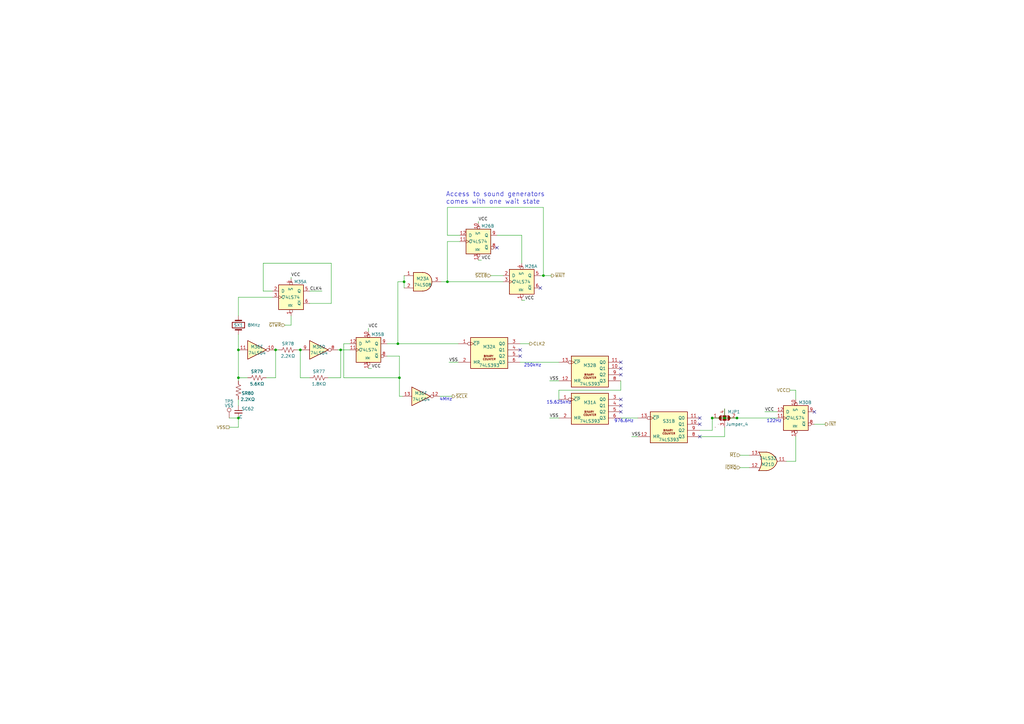
<source format=kicad_sch>
(kicad_sch (version 20231120) (generator "eeschema") (generator_version "8.0")
  (paper "A3")
  (title_block (title "Sound Clock Generation") (date "2024-11-16") (company "JOTEGO") (comment 1 "www.patreon.com/jotego") (comment 2 "José Tejada"))
  (lib_symbols
    (symbol "Connector:TestPoint" (pin_numbers hide) (pin_names (offset 0.762) hide)
      (property "Reference" "TP" (at 0 6.858 0))
      (property "Value" "TestPoint" (at 0 5.08 0))
      (symbol "TestPoint_0_1"
        (circle (center 0 3.302) (radius 0.762))
      )
      (symbol "TestPoint_1_1"
        (pin passive line (at 0 0 90) (length 2.54) (name "1") (number "1"))
      )
    )
    (symbol "Device:C_Small" (pin_numbers hide) (pin_names (offset 0.254) hide)
      (property "Reference" "C" (at 0.254 1.778 0))
      (property "Value" "C_Small" (at 0.254 -2.032 0))
      (symbol "C_Small_0_1"
        (polyline (pts (xy -1.524 -0.508) (xy 1.524 -0.508)) (stroke (width 0.3302)))
        (polyline (pts (xy -1.524 0.508) (xy 1.524 0.508)) (stroke (width 0.3048)))
      )
      (symbol "C_Small_1_1"
        (pin passive line (at 0 2.54 270) (length 2.032) (name "~") (number "1"))
        (pin passive line (at 0 -2.54 90) (length 2.032) (name "~") (number "2"))
      )
    )
    (symbol "Device:Crystal" (pin_numbers hide) (pin_names (offset 1.016) hide)
      (property "Reference" "Y" (at 0 3.81 0))
      (property "Value" "Crystal" (at 0 -3.81 0))
      (symbol "Crystal_0_1"
        (rectangle (start -1.143 2.54) (end 1.143 -2.54) (stroke (width 0.3048)))
        (polyline (pts (xy -2.54 0) (xy -1.905 0)))
        (polyline (pts (xy -1.905 -1.27) (xy -1.905 1.27)) (stroke (width 0.508)))
        (polyline (pts (xy 1.905 -1.27) (xy 1.905 1.27)) (stroke (width 0.508)))
        (polyline (pts (xy 2.54 0) (xy 1.905 0)))
      )
      (symbol "Crystal_1_1"
        (pin passive line (at -3.81 0 0) (length 1.27) (name "1") (number "1"))
        (pin passive line (at 3.81 0 180) (length 1.27) (name "2") (number "2"))
      )
    )
    (symbol "Device:R_US" (pin_numbers hide) (pin_names (offset 0))
      (property "Reference" "R" (at 2.54 0 90))
      (property "Value" "R_US" (at -2.54 0 90))
      (symbol "R_US_0_1"
        (polyline (pts (xy 0 -2.286) (xy 0 -2.54)))
        (polyline (pts (xy 0 2.286) (xy 0 2.54)))
        (polyline (pts (xy 0 -0.762) (xy 1.016 -1.143) (xy 0 -1.524) (xy -1.016 -1.905) (xy 0 -2.286)))
        (polyline (pts (xy 0 0.762) (xy 1.016 0.381) (xy 0 0) (xy -1.016 -0.381) (xy 0 -0.762)))
        (polyline (pts (xy 0 2.286) (xy 1.016 1.905) (xy 0 1.524) (xy -1.016 1.143) (xy 0 0.762)))
      )
      (symbol "R_US_1_1"
        (pin passive line (at 0 3.81 270) (length 1.27) (name "~") (number "1"))
        (pin passive line (at 0 -3.81 90) (length 1.27) (name "~") (number "2"))
      )
    )
    (symbol "arcade:Jumper_4" (pin_names (offset 1.016))
      (property "Reference" "U" (at -3.81 3.302 0))
      (property "Value" "Jumper_4" (at 0.508 5.334 0))
      (symbol "Jumper_4_0_1"
        (arc (start -1.27 1.016) (mid -2.2816 0) (end -1.27 -1.016))
        (arc (start -1.27 1.016) (mid -2.2816 0) (end -1.27 -1.016) (fill (type outline)))
        (rectangle (start -0.762 -0.254) (end 0.762 -1.016) (fill (type outline)))
        (rectangle (start -0.762 1.016) (end 0.762 0.254) (fill (type outline)))
        (polyline (pts (xy -2.54 0) (xy -2.032 0)))
        (polyline (pts (xy -1.27 1.016) (xy -1.27 -1.016)))
        (polyline (pts (xy 0 -0.762) (xy 0 -1.27)))
        (polyline (pts (xy 0 1.27) (xy 0 0.762)))
        (polyline (pts (xy 1.2744 1.016) (xy 1.2744 -1.016)))
        (polyline (pts (xy 2.54 0) (xy 2.032 0)))
        (arc (start 1.2744 -1.016) (mid 2.286 0) (end 1.2744 1.016))
        (arc (start 1.2744 -1.016) (mid 2.286 0) (end 1.2744 1.016) (fill (type outline)))
      )
      (symbol "Jumper_4_1_1"
        (rectangle (start -3.81 3.81) (end -3.81 3.81))
        (rectangle (start -3.81 3.81) (end -3.81 3.81))
        (rectangle (start -3.81 3.81) (end -3.81 3.81))
        (rectangle (start -3.81 3.81) (end -3.81 3.81))
        (rectangle (start -3.81 3.81) (end -3.81 3.81))
        (rectangle (start -2.54 2.54) (end -2.54 2.54))
        (rectangle (start -2.54 2.54) (end -2.54 2.54))
        (pin passive line (at -5.08 0 0) (length 2.54) (name "~") (number "1"))
        (pin passive line (at 5.08 0 180) (length 2.54) (name "~") (number "2"))
        (pin passive line (at 0 3.81 270) (length 2.54) (name "~") (number "3"))
        (pin passive line (at 0 -3.81 90) (length 2.54) (name "~") (number "4"))
      )
    )
    (symbol "jt74:74LS04" (pin_names (offset 1.016))
      (property "Reference" "U" (at -0.635 0 0))
      (property "Value" "74LS04" (at 0 -5.08 0))
      (symbol "74LS04_1_0"
        (polyline (pts (xy -3.81 3.81) (xy -3.81 -3.81) (xy 3.81 0) (xy -3.81 3.81)) (stroke (width 0.254)) (fill (type background)))
        (pin input line (at -7.62 0 0) (length 3.81) (name "~") (number "1"))
        (pin output inverted (at 7.62 0 180) (length 3.81) (name "~") (number "2"))
      )
      (symbol "74LS04_2_0"
        (polyline (pts (xy -3.81 3.81) (xy -3.81 -3.81) (xy 3.81 0) (xy -3.81 3.81)) (stroke (width 0.254)) (fill (type background)))
        (pin input line (at -7.62 0 0) (length 3.81) (name "~") (number "3"))
        (pin output inverted (at 7.62 0 180) (length 3.81) (name "~") (number "4"))
      )
      (symbol "74LS04_3_0"
        (polyline (pts (xy -3.81 3.81) (xy -3.81 -3.81) (xy 3.81 0) (xy -3.81 3.81)) (stroke (width 0.254)) (fill (type background)))
        (pin input line (at -7.62 0 0) (length 3.81) (name "~") (number "5"))
        (pin output inverted (at 7.62 0 180) (length 3.81) (name "~") (number "6"))
      )
      (symbol "74LS04_4_0"
        (polyline (pts (xy -3.81 3.81) (xy -3.81 -3.81) (xy 3.81 0) (xy -3.81 3.81)) (stroke (width 0.254)) (fill (type background)))
        (pin output inverted (at 7.62 0 180) (length 3.81) (name "~") (number "8"))
        (pin input line (at -7.62 0 0) (length 3.81) (name "~") (number "9"))
      )
      (symbol "74LS04_5_0"
        (polyline (pts (xy -3.81 3.81) (xy -3.81 -3.81) (xy 3.81 0) (xy -3.81 3.81)) (stroke (width 0.254)) (fill (type background)))
        (pin output inverted (at 7.62 0 180) (length 3.81) (name "~") (number "10"))
        (pin input line (at -7.62 0 0) (length 3.81) (name "~") (number "11"))
      )
      (symbol "74LS04_6_0"
        (polyline (pts (xy -3.81 3.81) (xy -3.81 -3.81) (xy 3.81 0) (xy -3.81 3.81)) (stroke (width 0.254)) (fill (type background)))
        (pin output inverted (at 7.62 0 180) (length 3.81) (name "~") (number "12"))
        (pin input line (at -7.62 0 0) (length 3.81) (name "~") (number "13"))
      )
      (symbol "74LS04_7_0"
        (pin power_in line (at 0 7.62 270) (length 5.08) hide (name "VCC") (number "14"))
        (pin power_in line (at 0 -7.62 90) (length 5.08) hide (name "VSS") (number "7"))
      )
      (symbol "74LS04_7_1"
        (rectangle (start -5.08 7.62) (end 5.08 -7.62) (stroke (width 0.254)) (fill (type background)))
        (text "+" (at 0 6.35 0) (effects (font (size 1.27 1.27))))
      )
    )
    (symbol "jt74:74LS08" (pin_names (offset 1.016))
      (property "Reference" "U" (at 0 1.27 0))
      (property "Value" "74LS08" (at 0 -1.27 0))
      (symbol "74LS08_1_1"
        (arc (start 0 -3.81) (mid 3.7934 0) (end 0 3.81) (stroke (width 0.254)) (fill (type background)))
        (polyline (pts (xy 0 3.81) (xy -3.81 3.81) (xy -3.81 -3.81) (xy 0 -3.81)) (stroke (width 0.254)) (fill (type background)))
        (pin input line (at -7.62 2.54 0) (length 3.81) (name "~") (number "1"))
        (pin input line (at -7.62 -2.54 0) (length 3.81) (name "~") (number "2"))
        (pin output line (at 7.62 0 180) (length 3.81) (name "~") (number "3"))
      )
      (symbol "74LS08_1_2"
        (arc (start -3.81 -3.81) (mid -2.589 0) (end -3.81 3.81) (stroke (width 0.254)))
        (arc (start -0.6096 -3.81) (mid 2.1842 -2.5851) (end 3.81 0) (stroke (width 0.254)) (fill (type background)))
        (polyline (pts (xy -3.81 -3.81) (xy -0.635 -3.81)) (stroke (width 0.254)) (fill (type background)))
        (polyline (pts (xy -3.81 3.81) (xy -0.635 3.81)) (stroke (width 0.254)) (fill (type background)))
        (polyline (pts (xy -0.635 3.81) (xy -3.81 3.81) (xy -3.81 3.81) (xy -3.556 3.4036) (xy -3.0226 2.2606) (xy -2.6924 1.0414) (xy -2.6162 -0.254) (xy -2.7686 -1.4986) (xy -3.175 -2.7178) (xy -3.81 -3.81) (xy -3.81 -3.81) (xy -0.635 -3.81)) (stroke (width -25.4)) (fill (type background)))
        (arc (start 3.81 0) (mid 2.1915 2.5936) (end -0.6096 3.81) (stroke (width 0.254)) (fill (type background)))
        (pin input inverted (at -7.62 2.54 0) (length 4.318) (name "~") (number "1"))
        (pin input inverted (at -7.62 -2.54 0) (length 4.318) (name "~") (number "2"))
        (pin output inverted (at 7.62 0 180) (length 3.81) (name "~") (number "3"))
      )
      (symbol "74LS08_2_1"
        (arc (start 0 -3.81) (mid 3.7934 0) (end 0 3.81) (stroke (width 0.254)) (fill (type background)))
        (polyline (pts (xy 0 3.81) (xy -3.81 3.81) (xy -3.81 -3.81) (xy 0 -3.81)) (stroke (width 0.254)) (fill (type background)))
        (pin input line (at -7.62 2.54 0) (length 3.81) (name "~") (number "4"))
        (pin input line (at -7.62 -2.54 0) (length 3.81) (name "~") (number "5"))
        (pin output line (at 7.62 0 180) (length 3.81) (name "~") (number "6"))
      )
      (symbol "74LS08_2_2"
        (arc (start -3.81 -3.81) (mid -2.589 0) (end -3.81 3.81) (stroke (width 0.254)))
        (arc (start -0.6096 -3.81) (mid 2.1842 -2.5851) (end 3.81 0) (stroke (width 0.254)) (fill (type background)))
        (polyline (pts (xy -3.81 -3.81) (xy -0.635 -3.81)) (stroke (width 0.254)) (fill (type background)))
        (polyline (pts (xy -3.81 3.81) (xy -0.635 3.81)) (stroke (width 0.254)) (fill (type background)))
        (polyline (pts (xy -0.635 3.81) (xy -3.81 3.81) (xy -3.81 3.81) (xy -3.556 3.4036) (xy -3.0226 2.2606) (xy -2.6924 1.0414) (xy -2.6162 -0.254) (xy -2.7686 -1.4986) (xy -3.175 -2.7178) (xy -3.81 -3.81) (xy -3.81 -3.81) (xy -0.635 -3.81)) (stroke (width -25.4)) (fill (type background)))
        (arc (start 3.81 0) (mid 2.1915 2.5936) (end -0.6096 3.81) (stroke (width 0.254)) (fill (type background)))
        (pin input inverted (at -7.62 2.54 0) (length 4.318) (name "~") (number "4"))
        (pin input inverted (at -7.62 -2.54 0) (length 4.318) (name "~") (number "5"))
        (pin output inverted (at 7.62 0 180) (length 3.81) (name "~") (number "6"))
      )
      (symbol "74LS08_3_1"
        (arc (start 0 -3.81) (mid 3.7934 0) (end 0 3.81) (stroke (width 0.254)) (fill (type background)))
        (polyline (pts (xy 0 3.81) (xy -3.81 3.81) (xy -3.81 -3.81) (xy 0 -3.81)) (stroke (width 0.254)) (fill (type background)))
        (pin input line (at -7.62 -2.54 0) (length 3.81) (name "~") (number "10"))
        (pin output line (at 7.62 0 180) (length 3.81) (name "~") (number "8"))
        (pin input line (at -7.62 2.54 0) (length 3.81) (name "~") (number "9"))
      )
      (symbol "74LS08_3_2"
        (arc (start -3.81 -3.81) (mid -2.589 0) (end -3.81 3.81) (stroke (width 0.254)))
        (arc (start -0.6096 -3.81) (mid 2.1842 -2.5851) (end 3.81 0) (stroke (width 0.254)) (fill (type background)))
        (polyline (pts (xy -3.81 -3.81) (xy -0.635 -3.81)) (stroke (width 0.254)) (fill (type background)))
        (polyline (pts (xy -3.81 3.81) (xy -0.635 3.81)) (stroke (width 0.254)) (fill (type background)))
        (polyline (pts (xy -0.635 3.81) (xy -3.81 3.81) (xy -3.81 3.81) (xy -3.556 3.4036) (xy -3.0226 2.2606) (xy -2.6924 1.0414) (xy -2.6162 -0.254) (xy -2.7686 -1.4986) (xy -3.175 -2.7178) (xy -3.81 -3.81) (xy -3.81 -3.81) (xy -0.635 -3.81)) (stroke (width -25.4)) (fill (type background)))
        (arc (start 3.81 0) (mid 2.1915 2.5936) (end -0.6096 3.81) (stroke (width 0.254)) (fill (type background)))
        (pin input inverted (at -7.62 -2.54 0) (length 4.318) (name "~") (number "10"))
        (pin output inverted (at 7.62 0 180) (length 3.81) (name "~") (number "8"))
        (pin input inverted (at -7.62 2.54 0) (length 4.318) (name "~") (number "9"))
      )
      (symbol "74LS08_4_1"
        (arc (start 0 -3.81) (mid 3.7934 0) (end 0 3.81) (stroke (width 0.254)) (fill (type background)))
        (polyline (pts (xy 0 3.81) (xy -3.81 3.81) (xy -3.81 -3.81) (xy 0 -3.81)) (stroke (width 0.254)) (fill (type background)))
        (pin output line (at 7.62 0 180) (length 3.81) (name "~") (number "11"))
        (pin input line (at -7.62 2.54 0) (length 3.81) (name "~") (number "12"))
        (pin input line (at -7.62 -2.54 0) (length 3.81) (name "~") (number "13"))
      )
      (symbol "74LS08_4_2"
        (arc (start -3.81 -3.81) (mid -2.589 0) (end -3.81 3.81) (stroke (width 0.254)))
        (arc (start -0.6096 -3.81) (mid 2.1842 -2.5851) (end 3.81 0) (stroke (width 0.254)) (fill (type background)))
        (polyline (pts (xy -3.81 -3.81) (xy -0.635 -3.81)) (stroke (width 0.254)) (fill (type background)))
        (polyline (pts (xy -3.81 3.81) (xy -0.635 3.81)) (stroke (width 0.254)) (fill (type background)))
        (polyline (pts (xy -0.635 3.81) (xy -3.81 3.81) (xy -3.81 3.81) (xy -3.556 3.4036) (xy -3.0226 2.2606) (xy -2.6924 1.0414) (xy -2.6162 -0.254) (xy -2.7686 -1.4986) (xy -3.175 -2.7178) (xy -3.81 -3.81) (xy -3.81 -3.81) (xy -0.635 -3.81)) (stroke (width -25.4)) (fill (type background)))
        (arc (start 3.81 0) (mid 2.1915 2.5936) (end -0.6096 3.81) (stroke (width 0.254)) (fill (type background)))
        (pin output inverted (at 7.62 0 180) (length 3.81) (name "~") (number "11"))
        (pin input inverted (at -7.62 2.54 0) (length 4.318) (name "~") (number "12"))
        (pin input inverted (at -7.62 -2.54 0) (length 4.318) (name "~") (number "13"))
      )
      (symbol "74LS08_5_0"
        (pin power_in line (at 0 7.62 270) (length 5.08) hide (name "VCC") (number "14"))
        (pin power_in line (at 0 -7.62 90) (length 5.08) hide (name "VSS") (number "7"))
      )
      (symbol "74LS08_5_1"
        (rectangle (start -5.08 7.62) (end 5.08 -7.62) (stroke (width 0.254)) (fill (type background)))
        (text "+" (at 0 6.35 0) (effects (font (size 1.27 1.27))))
      )
    )
    (symbol "jt74:74LS32" (pin_names (offset 1.016))
      (property "Reference" "U" (at 0 1.27 0))
      (property "Value" "74LS32" (at 0 -1.27 0))
      (symbol "74LS32_1_1"
        (arc (start -3.81 -3.81) (mid -2.589 0) (end -3.81 3.81) (stroke (width 0.254)))
        (arc (start -0.6096 -3.81) (mid 2.1842 -2.5851) (end 3.81 0) (stroke (width 0.254)) (fill (type background)))
        (polyline (pts (xy -3.81 -3.81) (xy -0.635 -3.81)) (stroke (width 0.254)) (fill (type background)))
        (polyline (pts (xy -3.81 3.81) (xy -0.635 3.81)) (stroke (width 0.254)) (fill (type background)))
        (polyline (pts (xy -0.635 3.81) (xy -3.81 3.81) (xy -3.81 3.81) (xy -3.556 3.4036) (xy -3.0226 2.2606) (xy -2.6924 1.0414) (xy -2.6162 -0.254) (xy -2.7686 -1.4986) (xy -3.175 -2.7178) (xy -3.81 -3.81) (xy -3.81 -3.81) (xy -0.635 -3.81)) (stroke (width -25.4)) (fill (type background)))
        (arc (start 3.81 0) (mid 2.1915 2.5936) (end -0.6096 3.81) (stroke (width 0.254)) (fill (type background)))
        (pin input line (at -7.62 2.54 0) (length 4.318) (name "~") (number "1"))
        (pin input line (at -7.62 -2.54 0) (length 4.318) (name "~") (number "2"))
        (pin output line (at 7.62 0 180) (length 3.81) (name "~") (number "3"))
      )
      (symbol "74LS32_1_2"
        (arc (start 0 -3.81) (mid 3.7934 0) (end 0 3.81) (stroke (width 0.254)) (fill (type background)))
        (polyline (pts (xy 0 3.81) (xy -3.81 3.81) (xy -3.81 -3.81) (xy 0 -3.81)) (stroke (width 0.254)) (fill (type background)))
        (pin input inverted (at -7.62 2.54 0) (length 3.81) (name "~") (number "1"))
        (pin input inverted (at -7.62 -2.54 0) (length 3.81) (name "~") (number "2"))
        (pin output inverted (at 7.62 0 180) (length 3.81) (name "~") (number "3"))
      )
      (symbol "74LS32_2_1"
        (arc (start -3.81 -3.81) (mid -2.589 0) (end -3.81 3.81) (stroke (width 0.254)))
        (arc (start -0.6096 -3.81) (mid 2.1842 -2.5851) (end 3.81 0) (stroke (width 0.254)) (fill (type background)))
        (polyline (pts (xy -3.81 -3.81) (xy -0.635 -3.81)) (stroke (width 0.254)) (fill (type background)))
        (polyline (pts (xy -3.81 3.81) (xy -0.635 3.81)) (stroke (width 0.254)) (fill (type background)))
        (polyline (pts (xy -0.635 3.81) (xy -3.81 3.81) (xy -3.81 3.81) (xy -3.556 3.4036) (xy -3.0226 2.2606) (xy -2.6924 1.0414) (xy -2.6162 -0.254) (xy -2.7686 -1.4986) (xy -3.175 -2.7178) (xy -3.81 -3.81) (xy -3.81 -3.81) (xy -0.635 -3.81)) (stroke (width -25.4)) (fill (type background)))
        (arc (start 3.81 0) (mid 2.1915 2.5936) (end -0.6096 3.81) (stroke (width 0.254)) (fill (type background)))
        (pin input line (at -7.62 2.54 0) (length 4.318) (name "~") (number "4"))
        (pin input line (at -7.62 -2.54 0) (length 4.318) (name "~") (number "5"))
        (pin output line (at 7.62 0 180) (length 3.81) (name "~") (number "6"))
      )
      (symbol "74LS32_2_2"
        (arc (start 0 -3.81) (mid 3.7934 0) (end 0 3.81) (stroke (width 0.254)) (fill (type background)))
        (polyline (pts (xy 0 3.81) (xy -3.81 3.81) (xy -3.81 -3.81) (xy 0 -3.81)) (stroke (width 0.254)) (fill (type background)))
        (pin input inverted (at -7.62 2.54 0) (length 3.81) (name "~") (number "4"))
        (pin input inverted (at -7.62 -2.54 0) (length 3.81) (name "~") (number "5"))
        (pin output inverted (at 7.62 0 180) (length 3.81) (name "~") (number "6"))
      )
      (symbol "74LS32_3_1"
        (arc (start -3.81 -3.81) (mid -2.589 0) (end -3.81 3.81) (stroke (width 0.254)))
        (arc (start -0.6096 -3.81) (mid 2.1842 -2.5851) (end 3.81 0) (stroke (width 0.254)) (fill (type background)))
        (polyline (pts (xy -3.81 -3.81) (xy -0.635 -3.81)) (stroke (width 0.254)) (fill (type background)))
        (polyline (pts (xy -3.81 3.81) (xy -0.635 3.81)) (stroke (width 0.254)) (fill (type background)))
        (polyline (pts (xy -0.635 3.81) (xy -3.81 3.81) (xy -3.81 3.81) (xy -3.556 3.4036) (xy -3.0226 2.2606) (xy -2.6924 1.0414) (xy -2.6162 -0.254) (xy -2.7686 -1.4986) (xy -3.175 -2.7178) (xy -3.81 -3.81) (xy -3.81 -3.81) (xy -0.635 -3.81)) (stroke (width -25.4)) (fill (type background)))
        (arc (start 3.81 0) (mid 2.1915 2.5936) (end -0.6096 3.81) (stroke (width 0.254)) (fill (type background)))
        (pin input line (at -7.62 -2.54 0) (length 4.318) (name "~") (number "10"))
        (pin output line (at 7.62 0 180) (length 3.81) (name "~") (number "8"))
        (pin input line (at -7.62 2.54 0) (length 4.318) (name "~") (number "9"))
      )
      (symbol "74LS32_3_2"
        (arc (start 0 -3.81) (mid 3.7934 0) (end 0 3.81) (stroke (width 0.254)) (fill (type background)))
        (polyline (pts (xy 0 3.81) (xy -3.81 3.81) (xy -3.81 -3.81) (xy 0 -3.81)) (stroke (width 0.254)) (fill (type background)))
        (pin input inverted (at -7.62 -2.54 0) (length 3.81) (name "~") (number "10"))
        (pin output inverted (at 7.62 0 180) (length 3.81) (name "~") (number "8"))
        (pin input inverted (at -7.62 2.54 0) (length 3.81) (name "~") (number "9"))
      )
      (symbol "74LS32_4_1"
        (arc (start -3.81 -3.81) (mid -2.589 0) (end -3.81 3.81) (stroke (width 0.254)))
        (arc (start -0.6096 -3.81) (mid 2.1842 -2.5851) (end 3.81 0) (stroke (width 0.254)) (fill (type background)))
        (polyline (pts (xy -3.81 -3.81) (xy -0.635 -3.81)) (stroke (width 0.254)) (fill (type background)))
        (polyline (pts (xy -3.81 3.81) (xy -0.635 3.81)) (stroke (width 0.254)) (fill (type background)))
        (polyline (pts (xy -0.635 3.81) (xy -3.81 3.81) (xy -3.81 3.81) (xy -3.556 3.4036) (xy -3.0226 2.2606) (xy -2.6924 1.0414) (xy -2.6162 -0.254) (xy -2.7686 -1.4986) (xy -3.175 -2.7178) (xy -3.81 -3.81) (xy -3.81 -3.81) (xy -0.635 -3.81)) (stroke (width -25.4)) (fill (type background)))
        (arc (start 3.81 0) (mid 2.1915 2.5936) (end -0.6096 3.81) (stroke (width 0.254)) (fill (type background)))
        (pin output line (at 7.62 0 180) (length 3.81) (name "~") (number "11"))
        (pin input line (at -7.62 2.54 0) (length 4.318) (name "~") (number "12"))
        (pin input line (at -7.62 -2.54 0) (length 4.318) (name "~") (number "13"))
      )
      (symbol "74LS32_4_2"
        (arc (start 0 -3.81) (mid 3.7934 0) (end 0 3.81) (stroke (width 0.254)) (fill (type background)))
        (polyline (pts (xy 0 3.81) (xy -3.81 3.81) (xy -3.81 -3.81) (xy 0 -3.81)) (stroke (width 0.254)) (fill (type background)))
        (pin output inverted (at 7.62 0 180) (length 3.81) (name "~") (number "11"))
        (pin input inverted (at -7.62 2.54 0) (length 3.81) (name "~") (number "12"))
        (pin input inverted (at -7.62 -2.54 0) (length 3.81) (name "~") (number "13"))
      )
      (symbol "74LS32_5_0"
        (pin power_in line (at 0 7.62 270) (length 5.08) hide (name "VCC") (number "14"))
        (pin power_in line (at 0 -7.62 90) (length 5.08) hide (name "VSS") (number "7"))
      )
      (symbol "74LS32_5_1"
        (rectangle (start -5.08 7.62) (end 5.08 -7.62) (stroke (width 0.254)) (fill (type background)))
        (text "+" (at 0 6.35 0) (effects (font (size 1.27 1.27))))
      )
    )
    (symbol "jt74:74LS393" (pin_names (offset 1.016))
      (property "Reference" "U" (at 0 1.27 0))
      (property "Value" "74LS393" (at 0 -1.27 0))
      (symbol "74LS393_0_0"
        (text "BINARY " (at 0 -2.54 0) (effects (font (size 0.762 0.762))))
        (text "COUNTER" (at 0 -3.81 0) (effects (font (size 0.762 0.762))))
      )
      (symbol "74LS393_1_0"
        (pin input inverted_clock (at -12.7 2.54 0) (length 5.08) (name "~{CP}") (number "1"))
        (pin input line (at -12.7 -5.08 0) (length 5.08) (name "MR") (number "2"))
        (pin output line (at 12.7 2.54 180) (length 5.08) (name "Q0") (number "3"))
        (pin output line (at 12.7 0 180) (length 5.08) (name "Q1") (number "4"))
        (pin output line (at 12.7 -2.54 180) (length 5.08) (name "Q2") (number "5"))
        (pin output line (at 12.7 -5.08 180) (length 5.08) (name "Q3") (number "6"))
      )
      (symbol "74LS393_1_1"
        (rectangle (start -7.62 5.08) (end 7.62 -7.62) (stroke (width 0.254)) (fill (type background)))
      )
      (symbol "74LS393_2_0"
        (pin output line (at 12.7 0 180) (length 5.08) (name "Q1") (number "10"))
        (pin output line (at 12.7 2.54 180) (length 5.08) (name "Q0") (number "11"))
        (pin input line (at -12.7 -5.08 0) (length 5.08) (name "MR") (number "12"))
        (pin input inverted_clock (at -12.7 2.54 0) (length 5.08) (name "~{CP}") (number "13"))
        (pin output line (at 12.7 -5.08 180) (length 5.08) (name "Q3") (number "8"))
        (pin output line (at 12.7 -2.54 180) (length 5.08) (name "Q2") (number "9"))
      )
      (symbol "74LS393_2_1"
        (rectangle (start -7.62 5.08) (end 7.62 -7.62) (stroke (width 0.254)) (fill (type background)))
      )
      (symbol "74LS393_3_0"
        (pin power_in line (at 0 7.62 270) (length 5.08) hide (name "VCC") (number "14"))
        (pin power_in line (at 0 -7.62 90) (length 5.08) hide (name "VSS") (number "7"))
      )
      (symbol "74LS393_3_1"
        (rectangle (start -5.08 7.62) (end 5.08 -7.62) (stroke (width 0.254)) (fill (type background)))
        (text "+" (at 0 6.35 0) (effects (font (size 1.27 1.27))))
      )
    )
    (symbol "jt74:74LS74" (pin_names (offset 1.016))
      (property "Reference" "U" (at 0 1.27 0))
      (property "Value" "74LS74" (at 0 -1.27 0))
      (symbol "74LS74_0_1"
        (text "+" (at 0 6.35 0) (effects (font (size 1.27 1.27))))
      )
      (symbol "74LS74_1_0"
        (pin input inverted (at 0 -7.62 90) (length 2.54) (name "~{R}") (number "1"))
        (pin input line (at -7.62 2.54 0) (length 2.54) (name "D") (number "2"))
        (pin input clock (at -7.62 0 0) (length 2.54) (name "C") (number "3"))
        (pin input inverted (at 0 7.62 270) (length 2.54) (name "~{S}") (number "4"))
        (pin output line (at 7.62 2.54 180) (length 2.54) (name "Q") (number "5"))
        (pin output line (at 7.62 -2.54 180) (length 2.54) (name "~{Q}") (number "6"))
      )
      (symbol "74LS74_1_1"
        (rectangle (start -5.08 5.08) (end 5.08 -5.08) (stroke (width 0.254)) (fill (type background)))
      )
      (symbol "74LS74_2_0"
        (pin input clock (at -7.62 0 0) (length 2.54) (name "C") (number "11"))
        (pin input line (at -7.62 2.54 0) (length 2.54) (name "D") (number "12"))
        (pin input inverted (at 0 -7.62 90) (length 2.54) (name "~{R}") (number "13"))
        (pin output inverted (at 7.62 -2.54 180) (length 2.54) (name "~{Q}") (number "8"))
        (pin output line (at 7.62 2.54 180) (length 2.54) (name "Q") (number "9"))
      )
      (symbol "74LS74_2_1"
        (rectangle (start -5.08 5.08) (end 5.08 -5.08) (stroke (width 0.254)) (fill (type background)))
        (pin input inverted (at 0 7.62 270) (length 2.54) (name "~{S}") (number "10"))
      )
      (symbol "74LS74_3_0"
        (pin power_in line (at 0 7.62 270) (length 2.54) hide (name "VCC") (number "14"))
        (pin power_in line (at 0 -7.62 90) (length 2.54) hide (name "GND") (number "7"))
      )
      (symbol "74LS74_3_1"
        (rectangle (start -5.08 7.62) (end 5.08 -7.62) (stroke (width 0.254)) (fill (type background)))
      )
    )
  )
  (junction (at 97.79 154.94))
  (junction (at 163.195 140.97))
  (junction (at 123.19 143.51))
  (junction (at 183.515 115.57))
  (junction (at 97.79 143.51))
  (junction (at 302.26 171.45))
  (junction (at 292.1 171.45))
  (junction (at 222.885 113.03))
  (junction (at 297.18 171.45))
  (junction (at 113.03 143.51))
  (junction (at 97.79 171.45))
  (junction (at 163.83 154.94))
  (junction (at 139.7 143.51))
  (junction (at 165.735 115.57))
  (no_connect (at 287.02 179.07))
  (no_connect (at 254.635 163.83))
  (no_connect (at 287.02 173.99))
  (no_connect (at 254.635 166.37))
  (no_connect (at 254.635 153.67))
  (no_connect (at 334.01 168.91))
  (no_connect (at 254.635 151.13))
  (no_connect (at 203.835 101.6))
  (no_connect (at 254.635 148.59))
  (no_connect (at 213.36 146.05))
  (no_connect (at 287.02 171.45))
  (no_connect (at 254.635 168.91))
  (no_connect (at 213.36 143.51))
  (no_connect (at 221.615 118.11))
  (wire (pts (xy 203.835 96.52) (xy 213.995 96.52)))
  (wire (pts (xy 287.02 176.53) (xy 292.1 176.53)))
  (wire (pts (xy 93.98 171.45) (xy 97.79 171.45)))
  (wire (pts (xy 213.36 148.59) (xy 229.235 148.59)))
  (wire (pts (xy 158.75 146.05) (xy 163.83 146.05)))
  (wire (pts (xy 222.885 113.03) (xy 221.615 113.03)))
  (wire (pts (xy 183.515 99.06) (xy 188.595 99.06)))
  (wire (pts (xy 183.515 96.52) (xy 183.515 85.09)))
  (wire (pts (xy 158.75 140.97) (xy 163.195 140.97)))
  (wire (pts (xy 97.79 121.92) (xy 97.79 129.54)))
  (wire (pts (xy 165.735 115.57) (xy 165.735 118.11)))
  (wire (pts (xy 121.92 143.51) (xy 123.19 143.51)))
  (wire (pts (xy 196.215 90.805) (xy 196.215 91.44)))
  (wire (pts (xy 107.95 119.38) (xy 107.95 107.95)))
  (wire (pts (xy 165.735 115.57) (xy 163.195 115.57)))
  (wire (pts (xy 201.295 113.03) (xy 206.375 113.03)))
  (wire (pts (xy 183.515 99.06) (xy 183.515 115.57)))
  (wire (pts (xy 213.995 96.52) (xy 213.995 107.95)))
  (wire (pts (xy 97.79 171.45) (xy 97.79 175.26)))
  (wire (pts (xy 151.13 134.62) (xy 151.13 135.89)))
  (wire (pts (xy 297.18 167.64) (xy 297.18 171.45)))
  (wire (pts (xy 163.195 140.97) (xy 187.96 140.97)))
  (wire (pts (xy 215.265 123.19) (xy 213.995 123.19)))
  (wire (pts (xy 163.83 154.94) (xy 163.83 162.56)))
  (wire (pts (xy 287.02 179.07) (xy 297.18 179.07)))
  (wire (pts (xy 97.79 143.51) (xy 97.79 154.94)))
  (wire (pts (xy 152.4 151.13) (xy 151.13 151.13)))
  (wire (pts (xy 254.635 156.21) (xy 254.635 160.02)))
  (wire (pts (xy 139.7 143.51) (xy 139.7 154.94)))
  (wire (pts (xy 116.84 133.35) (xy 119.38 133.35)))
  (wire (pts (xy 180.975 115.57) (xy 183.515 115.57)))
  (wire (pts (xy 254.635 160.02) (xy 229.235 160.02)))
  (wire (pts (xy 140.97 140.97) (xy 140.97 154.94)))
  (wire (pts (xy 97.79 156.21) (xy 97.79 154.94)))
  (wire (pts (xy 135.89 124.46) (xy 127 124.46)))
  (wire (pts (xy 165.735 113.03) (xy 165.735 115.57)))
  (wire (pts (xy 334.01 173.99) (xy 338.455 173.99)))
  (wire (pts (xy 109.22 154.94) (xy 113.03 154.94)))
  (wire (pts (xy 197.485 106.68) (xy 196.215 106.68)))
  (wire (pts (xy 323.85 160.02) (xy 326.39 160.02)))
  (wire (pts (xy 123.19 154.94) (xy 123.19 143.51)))
  (wire (pts (xy 113.03 154.94) (xy 113.03 143.51)))
  (wire (pts (xy 259.08 179.07) (xy 261.62 179.07)))
  (wire (pts (xy 163.83 154.94) (xy 140.97 154.94)))
  (wire (pts (xy 134.62 154.94) (xy 139.7 154.94)))
  (wire (pts (xy 222.885 85.09) (xy 222.885 113.03)))
  (wire (pts (xy 183.515 85.09) (xy 222.885 85.09)))
  (wire (pts (xy 226.06 113.03) (xy 222.885 113.03)))
  (wire (pts (xy 313.69 168.91) (xy 318.77 168.91)))
  (wire (pts (xy 97.79 163.83) (xy 97.79 166.37)))
  (wire (pts (xy 297.18 171.45) (xy 302.26 171.45)))
  (wire (pts (xy 127 154.94) (xy 123.19 154.94)))
  (wire (pts (xy 135.89 107.95) (xy 135.89 124.46)))
  (wire (pts (xy 97.79 154.94) (xy 101.6 154.94)))
  (wire (pts (xy 185.42 162.56) (xy 180.34 162.56)))
  (wire (pts (xy 184.15 148.59) (xy 187.96 148.59)))
  (wire (pts (xy 217.17 140.97) (xy 213.36 140.97)))
  (wire (pts (xy 292.1 176.53) (xy 292.1 171.45)))
  (wire (pts (xy 97.79 143.51) (xy 97.79 137.16)))
  (wire (pts (xy 119.38 113.665) (xy 119.38 114.3)))
  (wire (pts (xy 297.18 175.26) (xy 297.18 179.07)))
  (wire (pts (xy 254.635 171.45) (xy 261.62 171.45)))
  (wire (pts (xy 127 119.38) (xy 132.08 119.38)))
  (wire (pts (xy 113.03 143.51) (xy 114.3 143.51)))
  (wire (pts (xy 143.51 140.97) (xy 140.97 140.97)))
  (wire (pts (xy 163.195 115.57) (xy 163.195 140.97)))
  (wire (pts (xy 163.83 162.56) (xy 165.1 162.56)))
  (wire (pts (xy 107.95 119.38) (xy 111.76 119.38)))
  (wire (pts (xy 303.53 191.77) (xy 307.34 191.77)))
  (wire (pts (xy 326.39 179.07) (xy 326.39 189.23)))
  (wire (pts (xy 303.53 186.69) (xy 307.34 186.69)))
  (wire (pts (xy 119.38 129.54) (xy 119.38 133.35)))
  (wire (pts (xy 183.515 115.57) (xy 206.375 115.57)))
  (wire (pts (xy 225.425 171.45) (xy 229.235 171.45)))
  (wire (pts (xy 93.98 175.26) (xy 97.79 175.26)))
  (wire (pts (xy 97.79 121.92) (xy 111.76 121.92)))
  (wire (pts (xy 229.235 160.02) (xy 229.235 163.83)))
  (wire (pts (xy 225.425 156.21) (xy 229.235 156.21)))
  (wire (pts (xy 107.95 107.95) (xy 135.89 107.95)))
  (wire (pts (xy 183.515 96.52) (xy 188.595 96.52)))
  (wire (pts (xy 326.39 189.23) (xy 322.58 189.23)))
  (wire (pts (xy 138.43 143.51) (xy 139.7 143.51)))
  (wire (pts (xy 163.83 146.05) (xy 163.83 154.94)))
  (wire (pts (xy 292.1 171.45) (xy 297.18 171.45)))
  (wire (pts (xy 302.26 171.45) (xy 318.77 171.45)))
  (wire (pts (xy 326.39 160.02) (xy 326.39 163.83)))
  (wire (pts (xy 139.7 143.51) (xy 143.51 143.51)))
  (text "15.625kHz" (at 229.235 165.1 0) (effects (font (size 1.27 1.27))))
  (text "Access to sound generators\ncomes with one wait state" (at 182.88 81.28 0) (effects (font (size 1.905 1.905)) (justify left)))
  (text "4MHz\n" (at 182.88 163.83 0) (effects (font (size 1.27 1.27))))
  (text "122Hz" (at 317.5 172.72 0) (effects (font (size 1.27 1.27))))
  (text "250kHz" (at 218.44 149.86 0) (effects (font (size 1.27 1.27))))
  (text "976.6Hz" (at 255.905 172.72 0) (effects (font (size 1.27 1.27))))
  (label "VSS" (at 225.425 156.21 0))
  (label "VCC" (at 151.13 134.62 0))
  (label "VSS" (at 184.15 148.59 0))
  (label "VCC" (at 152.4 151.13 0))
  (label "VCC" (at 197.485 106.68 0))
  (label "VCC" (at 119.38 113.665 0))
  (label "VSS" (at 259.08 179.07 0))
  (label "VCC" (at 313.69 168.91 0))
  (label "VSS" (at 225.425 171.45 0))
  (label "VCC" (at 196.215 90.805 0))
  (label "VCC" (at 215.265 123.19 0))
  (label "CLK4" (at 132.08 119.38 180))
  (hierarchical_label "CLK2" (shape output) (at 217.17 140.97 0))
  (hierarchical_label "~{SCE8}" (shape input) (at 201.295 113.03 180))
  (hierarchical_label "~{INT}" (shape output) (at 338.455 173.99 0))
  (hierarchical_label "~{M1}" (shape input) (at 303.53 186.69 180))
  (hierarchical_label "VCC" (shape passive) (at 323.85 160.02 180))
  (hierarchical_label "~{WAIT}" (shape output) (at 226.06 113.03 0))
  (hierarchical_label "VSS" (shape passive) (at 93.98 175.26 180))
  (hierarchical_label "~{IORQ}" (shape input) (at 303.53 191.77 180))
  (hierarchical_label "~{SCLK}" (shape output) (at 185.42 162.56 0))
  (hierarchical_label "~{GTWR}" (shape input) (at 116.84 133.35 180))
  (symbol (lib_id "Device:Crystal") (at 97.79 133.35 90) (unit 1)
    (property "Reference" "SX1" (at 97.79 133.35 90))
    (property "Value" "8MHz" (at 104.14 133.35 90))
  )
  (symbol (lib_id "jt74:74LS393") (at 274.32 173.99 0) (unit 2)
    (property "Reference" "S31" (at 274.32 172.72 0))
    (property "Value" "74LS393" (at 274.32 180.34 0))
    (property "Datasheet" "https://html.alldatasheet.com/html-pdf/5724/MOTOROLA/74LS393/258/1/74LS393.html" (effects (hide yes)))
    (property "Description" "Dual BCD 4-bit counter" (effects (hide yes)))
  )
  (symbol (lib_id "Device:R_US") (at 105.41 154.94 90) (unit 1)
    (property "Reference" "SR79" (at 105.41 152.4 90))
    (property "Value" "5.6KΩ" (at 105.41 157.48 90))
  )
  (symbol (lib_id "jt74:74LS04") (at 130.81 143.51 0) (unit 4)
    (property "Reference" "M36" (at 130.81 142.24 0))
    (property "Value" "74LS04" (at 130.81 144.78 0))
    (property "Datasheet" "http://www.ti.com/lit/gpn/sn74LS04" (effects (hide yes)))
    (property "Description" "Hex Inverter" (effects (hide yes)))
  )
  (symbol (lib_id "jt74:74LS74") (at 326.39 171.45 0) (unit 2)
    (property "Reference" "M30" (at 330.2 165.1 0))
    (property "Value" "74LS74" (at 326.39 171.45 0))
    (property "Datasheet" "74xx/74hc_hct74.pdf" (effects (hide yes)))
    (property "Description" "Dual D Flip-flop, Set & Reset" (effects (hide yes)))
  )
  (symbol (lib_id "jt74:74LS08") (at 173.355 115.57 0) (unit 1)
    (property "Reference" "M23" (at 173.355 114.3 0))
    (property "Value" "74LS08" (at 173.355 116.84 0))
    (property "Datasheet" "http://www.ti.com/lit/gpn/sn74LS08" (effects (hide yes)))
    (property "Description" "Quad And2" (effects (hide yes)))
  )
  (symbol (lib_id "jt74:74LS393") (at 241.935 166.37 0) (unit 1)
    (property "Reference" "M31" (at 241.935 165.1 0))
    (property "Value" "74LS393" (at 241.935 172.72 0))
    (property "Datasheet" "https://html.alldatasheet.com/html-pdf/5724/MOTOROLA/74LS393/258/1/74LS393.html" (effects (hide yes)))
    (property "Description" "Dual BCD 4-bit counter" (effects (hide yes)))
  )
  (symbol (lib_id "arcade:Jumper_4") (at 297.18 171.45 0) (mirror x) (unit 1)
    (property "Reference" "MJP1" (at 300.99 168.91 0))
    (property "Value" "Jumper_4" (at 302.26 173.99 0))
  )
  (symbol (lib_id "jt74:74LS393") (at 200.66 143.51 0) (unit 1)
    (property "Reference" "M32" (at 200.66 142.24 0))
    (property "Value" "74LS393" (at 200.66 149.86 0))
    (property "Datasheet" "https://html.alldatasheet.com/html-pdf/5724/MOTOROLA/74LS393/258/1/74LS393.html" (effects (hide yes)))
    (property "Description" "Dual BCD 4-bit counter" (effects (hide yes)))
  )
  (symbol (lib_id "jt74:74LS74") (at 151.13 143.51 0) (unit 2)
    (property "Reference" "M35" (at 154.94 137.16 0))
    (property "Value" "74LS74" (at 151.13 143.51 0))
    (property "Datasheet" "74xx/74hc_hct74.pdf" (effects (hide yes)))
    (property "Description" "Dual D Flip-flop, Set & Reset" (effects (hide yes)))
  )
  (symbol (lib_id "jt74:74LS74") (at 196.215 99.06 0) (unit 2)
    (property "Reference" "M26" (at 200.025 92.71 0))
    (property "Value" "74LS74" (at 196.215 99.06 0))
    (property "Datasheet" "74xx/74hc_hct74.pdf" (effects (hide yes)))
    (property "Description" "Dual D Flip-flop, Set & Reset" (effects (hide yes)))
  )
  (symbol (lib_id "jt74:74LS74") (at 213.995 115.57 0) (unit 1)
    (property "Reference" "M26" (at 217.805 109.22 0))
    (property "Value" "74LS74" (at 213.995 115.57 0))
    (property "Datasheet" "74xx/74hc_hct74.pdf" (effects (hide yes)))
    (property "Description" "Dual D Flip-flop, Set & Reset" (effects (hide yes)))
  )
  (symbol (lib_id "jt74:74LS393") (at 241.935 151.13 0) (unit 2)
    (property "Reference" "M32" (at 241.935 149.86 0))
    (property "Value" "74LS393" (at 241.935 157.48 0))
    (property "Datasheet" "https://html.alldatasheet.com/html-pdf/5724/MOTOROLA/74LS393/258/1/74LS393.html" (effects (hide yes)))
    (property "Description" "Dual BCD 4-bit counter" (effects (hide yes)))
  )
  (symbol (lib_id "Device:R_US") (at 130.81 154.94 90) (unit 1)
    (property "Reference" "SR77" (at 130.81 152.4 90))
    (property "Value" "1.8KΩ" (at 130.81 157.48 90))
  )
  (symbol (lib_id "Connector:TestPoint") (at 93.98 171.45 0) (unit 1)
    (property "Reference" "TP5" (at 93.98 164.592 0))
    (property "Value" "VSS" (at 93.98 166.37 0))
  )
  (symbol (lib_id "jt74:74LS32") (at 314.96 189.23 0) (mirror x) (unit 4)
    (property "Reference" "M21" (at 314.96 190.5 0))
    (property "Value" "74LS32" (at 314.96 187.96 0))
    (property "Datasheet" "http://www.ti.com/lit/gpn/sn74LS32" (effects (hide yes)))
    (property "Description" "Quad 2-input OR" (effects (hide yes)))
  )
  (symbol (lib_id "Device:R_US") (at 97.79 160.02 180) (unit 1)
    (property "Reference" "SR80" (at 101.6 161.29 0))
    (property "Value" "2.2KΩ" (at 101.6 163.83 0))
  )
  (symbol (lib_id "Device:C_Small") (at 97.79 168.91 0) (unit 1)
    (property "Reference" "SC62" (at 99.06 167.64 0) (effects (justify left)))
    (property "Value" "C" (at 98.044 170.942 0) (effects (justify left)))
  )
  (symbol (lib_id "jt74:74LS04") (at 105.41 143.51 0) (unit 5)
    (property "Reference" "M36" (at 105.41 142.24 0))
    (property "Value" "74LS04" (at 105.41 144.78 0))
    (property "Datasheet" "http://www.ti.com/lit/gpn/sn74LS04" (effects (hide yes)))
    (property "Description" "Hex Inverter" (effects (hide yes)))
  )
  (symbol (lib_id "jt74:74LS74") (at 119.38 121.92 0) (unit 1)
    (property "Reference" "M35" (at 123.19 115.57 0))
    (property "Value" "74LS74" (at 119.38 121.92 0))
    (property "Datasheet" "74xx/74hc_hct74.pdf" (effects (hide yes)))
    (property "Description" "Dual D Flip-flop, Set & Reset" (effects (hide yes)))
  )
  (symbol (lib_id "Device:R_US") (at 118.11 143.51 90) (unit 1)
    (property "Reference" "SR78" (at 118.11 140.97 90))
    (property "Value" "2.2KΩ" (at 118.11 146.05 90))
  )
  (symbol (lib_id "jt74:74LS04") (at 172.72 162.56 0) (unit 6)
    (property "Reference" "M36" (at 172.72 161.29 0))
    (property "Value" "74LS04" (at 172.72 163.83 0))
    (property "Datasheet" "http://www.ti.com/lit/gpn/sn74LS04" (effects (hide yes)))
    (property "Description" "Hex Inverter" (effects (hide yes)))
  )
)
</source>
